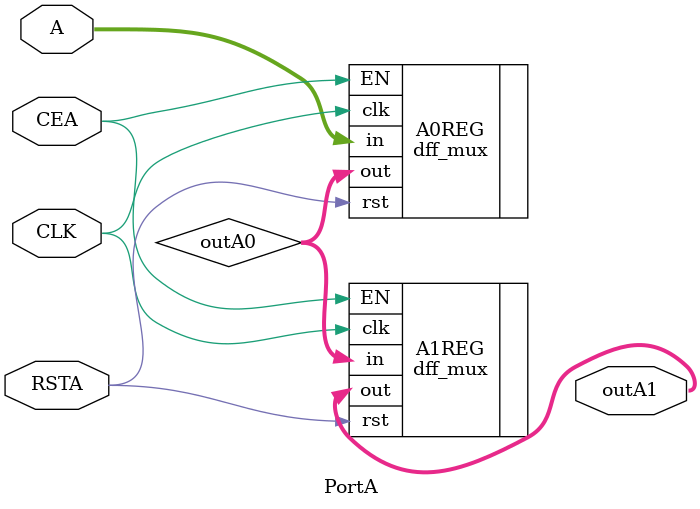
<source format=v>
module PortA(input[17:0] A,
			 input CLK,
			 input CEA,
			 input RSTA,
			 output[17:0] outA1);

wire[17:0] outA0;

dff_mux #(.size(18),.pipeline(0)) A0REG(.in(A),.clk(CLK),.EN(CEA),.rst(RSTA),.out(outA0));
dff_mux #(.size(18),.pipeline(1)) A1REG(.in(outA0),.clk(CLK),.EN(CEA),.rst(RSTA),.out(outA1));

endmodule
</source>
